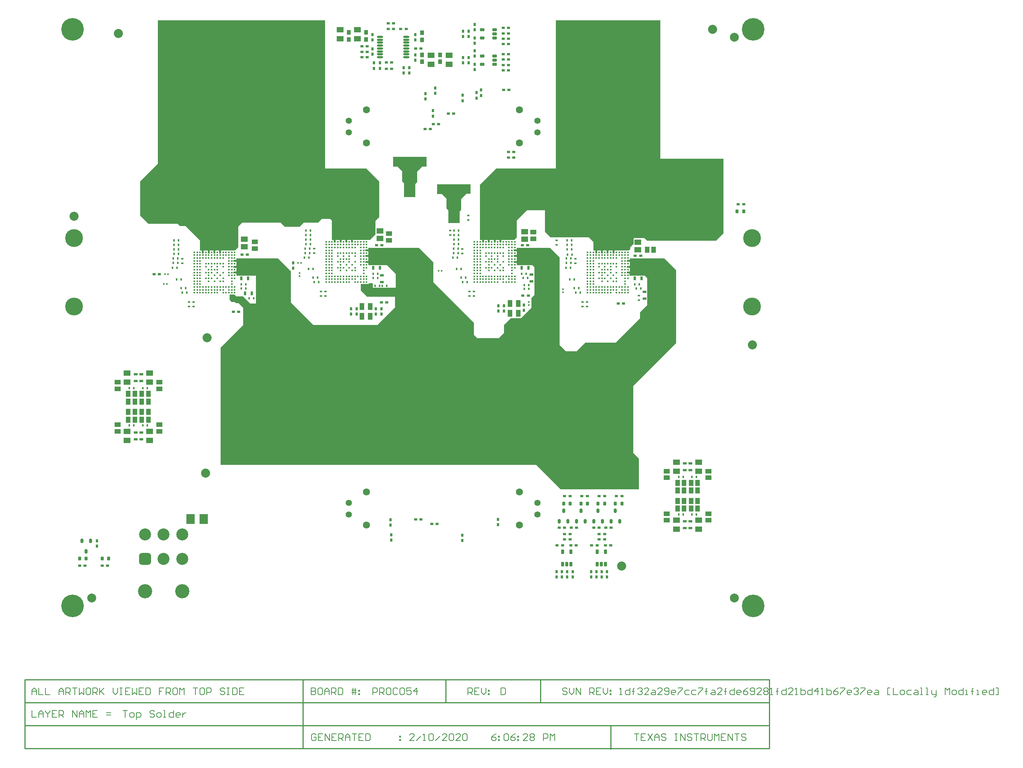
<source format=gts>
G04*
G04 #@! TF.GenerationSoftware,Altium Limited,Altium Designer,19.1.6 (110)*
G04*
G04 Layer_Color=8388736*
%FSAX25Y25*%
%MOIN*%
G70*
G01*
G75*
%ADD16C,0.01000*%
%ADD18C,0.00800*%
G04:AMPARAMS|DCode=25|XSize=23.62mil|YSize=31.5mil|CornerRadius=2.01mil|HoleSize=0mil|Usage=FLASHONLY|Rotation=180.000|XOffset=0mil|YOffset=0mil|HoleType=Round|Shape=RoundedRectangle|*
%AMROUNDEDRECTD25*
21,1,0.02362,0.02748,0,0,180.0*
21,1,0.01961,0.03150,0,0,180.0*
1,1,0.00402,-0.00980,0.01374*
1,1,0.00402,0.00980,0.01374*
1,1,0.00402,0.00980,-0.01374*
1,1,0.00402,-0.00980,-0.01374*
%
%ADD25ROUNDEDRECTD25*%
G04:AMPARAMS|DCode=26|XSize=23.62mil|YSize=39.37mil|CornerRadius=5.91mil|HoleSize=0mil|Usage=FLASHONLY|Rotation=180.000|XOffset=0mil|YOffset=0mil|HoleType=Round|Shape=RoundedRectangle|*
%AMROUNDEDRECTD26*
21,1,0.02362,0.02756,0,0,180.0*
21,1,0.01181,0.03937,0,0,180.0*
1,1,0.01181,-0.00591,0.01378*
1,1,0.01181,0.00591,0.01378*
1,1,0.01181,0.00591,-0.01378*
1,1,0.01181,-0.00591,-0.01378*
%
%ADD26ROUNDEDRECTD26*%
%ADD27O,0.05512X0.01772*%
G04:AMPARAMS|DCode=28|XSize=41.34mil|YSize=57.09mil|CornerRadius=2.07mil|HoleSize=0mil|Usage=FLASHONLY|Rotation=0.000|XOffset=0mil|YOffset=0mil|HoleType=Round|Shape=RoundedRectangle|*
%AMROUNDEDRECTD28*
21,1,0.04134,0.05295,0,0,0.0*
21,1,0.03720,0.05709,0,0,0.0*
1,1,0.00413,0.01860,-0.02648*
1,1,0.00413,-0.01860,-0.02648*
1,1,0.00413,-0.01860,0.02648*
1,1,0.00413,0.01860,0.02648*
%
%ADD28ROUNDEDRECTD28*%
G04:AMPARAMS|DCode=30|XSize=23.62mil|YSize=39.37mil|CornerRadius=2.01mil|HoleSize=0mil|Usage=FLASHONLY|Rotation=180.000|XOffset=0mil|YOffset=0mil|HoleType=Round|Shape=RoundedRectangle|*
%AMROUNDEDRECTD30*
21,1,0.02362,0.03535,0,0,180.0*
21,1,0.01961,0.03937,0,0,180.0*
1,1,0.00402,-0.00980,0.01768*
1,1,0.00402,0.00980,0.01768*
1,1,0.00402,0.00980,-0.01768*
1,1,0.00402,-0.00980,-0.01768*
%
%ADD30ROUNDEDRECTD30*%
G04:AMPARAMS|DCode=32|XSize=87.8mil|YSize=70.87mil|CornerRadius=2.13mil|HoleSize=0mil|Usage=FLASHONLY|Rotation=90.000|XOffset=0mil|YOffset=0mil|HoleType=Round|Shape=RoundedRectangle|*
%AMROUNDEDRECTD32*
21,1,0.08780,0.06661,0,0,90.0*
21,1,0.08354,0.07087,0,0,90.0*
1,1,0.00425,0.03331,0.04177*
1,1,0.00425,0.03331,-0.04177*
1,1,0.00425,-0.03331,-0.04177*
1,1,0.00425,-0.03331,0.04177*
%
%ADD32ROUNDEDRECTD32*%
%ADD33R,0.06300X0.05000*%
%ADD34R,0.05906X0.05118*%
%ADD35R,0.02362X0.03150*%
G04:AMPARAMS|DCode=36|XSize=7.48mil|YSize=17.32mil|CornerRadius=1.98mil|HoleSize=0mil|Usage=FLASHONLY|Rotation=0.000|XOffset=0mil|YOffset=0mil|HoleType=Round|Shape=RoundedRectangle|*
%AMROUNDEDRECTD36*
21,1,0.00748,0.01336,0,0,0.0*
21,1,0.00352,0.01732,0,0,0.0*
1,1,0.00397,0.00176,-0.00668*
1,1,0.00397,-0.00176,-0.00668*
1,1,0.00397,-0.00176,0.00668*
1,1,0.00397,0.00176,0.00668*
%
%ADD36ROUNDEDRECTD36*%
%ADD37R,0.01654X0.01811*%
%ADD38R,0.01500X0.02400*%
%ADD39R,0.03150X0.02362*%
%ADD40R,0.02400X0.01500*%
G04:AMPARAMS|DCode=41|XSize=23.62mil|YSize=39.37mil|CornerRadius=2.01mil|HoleSize=0mil|Usage=FLASHONLY|Rotation=270.000|XOffset=0mil|YOffset=0mil|HoleType=Round|Shape=RoundedRectangle|*
%AMROUNDEDRECTD41*
21,1,0.02362,0.03535,0,0,270.0*
21,1,0.01961,0.03937,0,0,270.0*
1,1,0.00402,-0.01768,-0.00980*
1,1,0.00402,-0.01768,0.00980*
1,1,0.00402,0.01768,0.00980*
1,1,0.00402,0.01768,-0.00980*
%
%ADD41ROUNDEDRECTD41*%
%ADD42R,0.01811X0.01654*%
%ADD43R,0.03500X0.02000*%
%ADD44R,0.02000X0.03500*%
%ADD45R,0.04331X0.05512*%
%ADD46R,0.05512X0.04331*%
%ADD47R,0.03740X0.03937*%
%ADD48C,0.07874*%
%ADD49C,0.01654*%
%ADD50C,0.12611*%
G04:AMPARAMS|DCode=51|XSize=106.3mil|YSize=106.3mil|CornerRadius=26.57mil|HoleSize=0mil|Usage=FLASHONLY|Rotation=90.000|XOffset=0mil|YOffset=0mil|HoleType=Round|Shape=RoundedRectangle|*
%AMROUNDEDRECTD51*
21,1,0.10630,0.05315,0,0,90.0*
21,1,0.05315,0.10630,0,0,90.0*
1,1,0.05315,0.02657,0.02657*
1,1,0.05315,0.02657,-0.02657*
1,1,0.05315,-0.02657,-0.02657*
1,1,0.05315,-0.02657,0.02657*
%
%ADD51ROUNDEDRECTD51*%
%ADD52C,0.10630*%
%ADD53C,0.08000*%
%ADD54C,0.05512*%
%ADD55C,0.06299*%
%ADD56C,0.20000*%
%ADD57C,0.15811*%
G36*
X0406150Y0565738D02*
X0402238D01*
X0397795Y0561295D01*
Y0551688D01*
X0396405Y0550298D01*
Y0538850D01*
X0386350D01*
Y0551132D01*
X0384747Y0552735D01*
Y0561506D01*
X0380675Y0565578D01*
X0376450D01*
Y0574216D01*
X0406150D01*
Y0565738D01*
D02*
G37*
G36*
X0445386Y0541537D02*
X0441474D01*
X0437031Y0537094D01*
Y0527487D01*
X0435641Y0526097D01*
Y0515531D01*
X0425586D01*
Y0526931D01*
X0423983Y0528534D01*
Y0537305D01*
X0419911Y0541377D01*
X0415686D01*
Y0550015D01*
X0445386D01*
Y0541537D01*
D02*
G37*
G36*
X0613624Y0572600D02*
X0669461D01*
Y0506435D01*
X0662894Y0499868D01*
X0601840D01*
X0599208Y0502500D01*
X0590650D01*
X0590050Y0501900D01*
Y0497300D01*
X0587050Y0494300D01*
Y0492850D01*
X0585650Y0491450D01*
X0572905D01*
Y0488804D01*
X0571235D01*
Y0491450D01*
X0567775D01*
Y0488804D01*
X0566105D01*
Y0491450D01*
X0562655D01*
Y0488804D01*
X0560995D01*
Y0491450D01*
X0557535D01*
Y0488804D01*
X0555885D01*
Y0491450D01*
X0554300D01*
X0554250Y0491500D01*
Y0498900D01*
X0550050Y0503100D01*
X0516150D01*
X0512050Y0507200D01*
X0511150Y0508100D01*
Y0527001D01*
X0495250D01*
X0486150Y0517900D01*
Y0503000D01*
X0484000Y0500850D01*
X0472605D01*
Y0498204D01*
X0470935D01*
Y0500850D01*
X0467475D01*
Y0498204D01*
X0465805D01*
Y0500850D01*
X0462355D01*
Y0498204D01*
X0460695D01*
Y0500850D01*
X0457235D01*
Y0498204D01*
X0455585D01*
Y0500850D01*
X0453750D01*
Y0549850D01*
X0468000Y0564100D01*
X0521082D01*
Y0695300D01*
X0613624D01*
Y0572600D01*
D02*
G37*
G36*
X0316150Y0564100D02*
X0352850D01*
X0364150Y0552800D01*
Y0521007D01*
X0360850Y0517707D01*
Y0505842D01*
X0355858Y0500850D01*
X0341105D01*
Y0498204D01*
X0339435D01*
Y0500850D01*
X0335975D01*
Y0498204D01*
X0334305D01*
Y0500850D01*
X0330855D01*
Y0498204D01*
X0329195D01*
Y0500850D01*
X0325735D01*
Y0498204D01*
X0324085D01*
Y0500850D01*
X0322250D01*
Y0517961D01*
X0320944Y0519267D01*
X0313481D01*
X0310108Y0515894D01*
X0297372D01*
X0293778Y0512300D01*
X0280450D01*
X0276650Y0516100D01*
X0242850D01*
X0239350Y0512600D01*
Y0494250D01*
X0236550Y0491450D01*
X0224105D01*
Y0488804D01*
X0222435D01*
Y0491450D01*
X0218975D01*
Y0488804D01*
X0217305D01*
Y0491450D01*
X0213855D01*
Y0488804D01*
X0212195D01*
Y0491450D01*
X0208735D01*
Y0488804D01*
X0207085D01*
Y0491450D01*
X0205550D01*
X0205207Y0491793D01*
Y0500443D01*
X0192540Y0513110D01*
X0187540D01*
X0185750Y0514900D01*
X0159450D01*
X0152350Y0522000D01*
Y0552700D01*
X0168081Y0568431D01*
Y0695300D01*
X0316150D01*
Y0564100D01*
D02*
G37*
G36*
X0524150Y0485300D02*
Y0409800D01*
Y0407802D01*
X0529932Y0402020D01*
X0539391D01*
X0547171Y0409800D01*
X0573950D01*
X0595668Y0431518D01*
Y0436618D01*
X0602009Y0442959D01*
Y0466841D01*
X0599875Y0468975D01*
X0586419D01*
Y0470980D01*
X0583899D01*
Y0472650D01*
X0586556D01*
X0586554Y0476140D01*
X0583899D01*
Y0477800D01*
X0586555D01*
Y0481260D01*
X0583899D01*
Y0482910D01*
X0586555D01*
Y0484349D01*
X0617201D01*
X0627450Y0474100D01*
Y0409100D01*
X0589750Y0371400D01*
Y0311700D01*
X0594550Y0306900D01*
Y0279700D01*
X0525150D01*
X0508650Y0296200D01*
X0504650Y0300200D01*
X0504350Y0300500D01*
X0503570Y0301280D01*
X0223590D01*
Y0405440D01*
X0243500Y0425350D01*
Y0440550D01*
X0239500Y0444550D01*
X0237185D01*
X0235923Y0445812D01*
X0233288D01*
X0233100Y0446000D01*
X0231500Y0447600D01*
Y0452200D01*
X0236011D01*
X0237415Y0450796D01*
X0243306Y0450799D01*
X0248449Y0445657D01*
X0249856Y0444250D01*
X0255059D01*
Y0469075D01*
X0237619D01*
Y0470980D01*
X0235099D01*
Y0472650D01*
X0237756D01*
X0237754Y0476140D01*
X0235099D01*
Y0477800D01*
X0237755D01*
Y0481260D01*
X0235099D01*
Y0482910D01*
X0237755D01*
Y0484349D01*
X0247943D01*
X0274450Y0484400D01*
X0285975Y0472673D01*
Y0445260D01*
X0305813Y0425422D01*
X0362620D01*
X0378373Y0441175D01*
Y0450300D01*
X0353450D01*
X0348057Y0455693D01*
Y0459650D01*
X0348047Y0459660D01*
Y0461654D01*
X0354524D01*
X0355314Y0462444D01*
X0358468D01*
Y0458200D01*
X0378952D01*
Y0470576D01*
X0371053Y0478475D01*
X0354619D01*
Y0480380D01*
X0352099D01*
Y0482050D01*
X0354756D01*
X0354754Y0485540D01*
X0352099D01*
Y0487200D01*
X0354755D01*
Y0490660D01*
X0352099D01*
Y0492310D01*
X0354755D01*
Y0493749D01*
X0399450D01*
X0412250Y0480948D01*
Y0463300D01*
X0448311Y0427239D01*
Y0416528D01*
X0451093Y0413746D01*
X0470389D01*
X0475106Y0418463D01*
Y0425620D01*
X0475414D01*
X0481172Y0431378D01*
X0490028D01*
X0499222Y0440572D01*
Y0449428D01*
X0501844Y0452050D01*
Y0452995D01*
X0501837Y0476621D01*
X0500083Y0478375D01*
X0486119D01*
Y0480380D01*
X0483599D01*
Y0482050D01*
X0486256D01*
X0486254Y0485540D01*
X0483599D01*
Y0487200D01*
X0486255D01*
Y0490660D01*
X0483599D01*
Y0492310D01*
X0486255D01*
Y0493749D01*
X0515701D01*
X0524150Y0485300D01*
D02*
G37*
G54D16*
X0569450Y0049400D02*
Y0069683D01*
X0450550Y0050050D02*
X0710250D01*
Y0111050D01*
X0296550Y0050050D02*
Y0111050D01*
X0050050Y0050050D02*
Y0111050D01*
X0050100Y0050050D02*
X0207650D01*
X0050100D02*
Y0111050D01*
Y0111050D02*
X0710250D01*
X0050050Y0050050D02*
X0450550D01*
X0050050Y0070383D02*
X0710050D01*
X0050050Y0090717D02*
X0710250D01*
X0423250D02*
Y0111050D01*
X0507250Y0090717D02*
Y0111050D01*
G54D18*
X0136950Y0083549D02*
X0140949D01*
X0138949D01*
Y0077551D01*
X0143948D02*
X0145947D01*
X0146947Y0078550D01*
Y0080550D01*
X0145947Y0081549D01*
X0143948D01*
X0142948Y0080550D01*
Y0078550D01*
X0143948Y0077551D01*
X0148946Y0075551D02*
Y0081549D01*
X0151945D01*
X0152945Y0080550D01*
Y0078550D01*
X0151945Y0077551D01*
X0148946D01*
X0164941Y0082549D02*
X0163941Y0083549D01*
X0161942D01*
X0160942Y0082549D01*
Y0081549D01*
X0161942Y0080550D01*
X0163941D01*
X0164941Y0079550D01*
Y0078550D01*
X0163941Y0077551D01*
X0161942D01*
X0160942Y0078550D01*
X0167940Y0077551D02*
X0169939D01*
X0170939Y0078550D01*
Y0080550D01*
X0169939Y0081549D01*
X0167940D01*
X0166940Y0080550D01*
Y0078550D01*
X0167940Y0077551D01*
X0172938D02*
X0174938D01*
X0173938D01*
Y0083549D01*
X0172938D01*
X0181935D02*
Y0077551D01*
X0178936D01*
X0177937Y0078550D01*
Y0080550D01*
X0178936Y0081549D01*
X0181935D01*
X0186934Y0077551D02*
X0184934D01*
X0183935Y0078550D01*
Y0080550D01*
X0184934Y0081549D01*
X0186934D01*
X0187934Y0080550D01*
Y0079550D01*
X0183935D01*
X0189933Y0081549D02*
Y0077551D01*
Y0079550D01*
X0190933Y0080550D01*
X0191932Y0081549D01*
X0192932D01*
X0136950Y0083549D02*
X0140949D01*
X0138949D01*
Y0077551D01*
X0143948D02*
X0145947D01*
X0146947Y0078550D01*
Y0080550D01*
X0145947Y0081549D01*
X0143948D01*
X0142948Y0080550D01*
Y0078550D01*
X0143948Y0077551D01*
X0148946Y0075551D02*
Y0081549D01*
X0151945D01*
X0152945Y0080550D01*
Y0078550D01*
X0151945Y0077551D01*
X0148946D01*
X0164941Y0082549D02*
X0163941Y0083549D01*
X0161942D01*
X0160942Y0082549D01*
Y0081549D01*
X0161942Y0080550D01*
X0163941D01*
X0164941Y0079550D01*
Y0078550D01*
X0163941Y0077551D01*
X0161942D01*
X0160942Y0078550D01*
X0167940Y0077551D02*
X0169939D01*
X0170939Y0078550D01*
Y0080550D01*
X0169939Y0081549D01*
X0167940D01*
X0166940Y0080550D01*
Y0078550D01*
X0167940Y0077551D01*
X0172938D02*
X0174938D01*
X0173938D01*
Y0083549D01*
X0172938D01*
X0181935D02*
Y0077551D01*
X0178936D01*
X0177937Y0078550D01*
Y0080550D01*
X0178936Y0081549D01*
X0181935D01*
X0186934Y0077551D02*
X0184934D01*
X0183935Y0078550D01*
Y0080550D01*
X0184934Y0081549D01*
X0186934D01*
X0187934Y0080550D01*
Y0079550D01*
X0183935D01*
X0189933Y0081549D02*
Y0077551D01*
Y0079550D01*
X0190933Y0080550D01*
X0191932Y0081549D01*
X0192932D01*
X0590550Y0062964D02*
X0594549D01*
X0592549D01*
Y0056966D01*
X0600547Y0062964D02*
X0596548D01*
Y0056966D01*
X0600547D01*
X0596548Y0059965D02*
X0598547D01*
X0602546Y0062964D02*
X0606545Y0056966D01*
Y0062964D02*
X0602546Y0056966D01*
X0608544D02*
Y0060965D01*
X0610543Y0062964D01*
X0612543Y0060965D01*
Y0056966D01*
Y0059965D01*
X0608544D01*
X0618541Y0061965D02*
X0617541Y0062964D01*
X0615542D01*
X0614542Y0061965D01*
Y0060965D01*
X0615542Y0059965D01*
X0617541D01*
X0618541Y0058966D01*
Y0057966D01*
X0617541Y0056966D01*
X0615542D01*
X0614542Y0057966D01*
X0626538Y0062964D02*
X0628538D01*
X0627538D01*
Y0056966D01*
X0626538D01*
X0628538D01*
X0631537D02*
Y0062964D01*
X0635535Y0056966D01*
Y0062964D01*
X0641534Y0061965D02*
X0640534Y0062964D01*
X0638534D01*
X0637535Y0061965D01*
Y0060965D01*
X0638534Y0059965D01*
X0640534D01*
X0641534Y0058966D01*
Y0057966D01*
X0640534Y0056966D01*
X0638534D01*
X0637535Y0057966D01*
X0643533Y0062964D02*
X0647532D01*
X0645532D01*
Y0056966D01*
X0649531D02*
Y0062964D01*
X0652530D01*
X0653530Y0061965D01*
Y0059965D01*
X0652530Y0058966D01*
X0649531D01*
X0651530D02*
X0653530Y0056966D01*
X0655529Y0062964D02*
Y0057966D01*
X0656529Y0056966D01*
X0658528D01*
X0659528Y0057966D01*
Y0062964D01*
X0661527Y0056966D02*
Y0062964D01*
X0663526Y0060965D01*
X0665526Y0062964D01*
Y0056966D01*
X0671524Y0062964D02*
X0667525D01*
Y0056966D01*
X0671524D01*
X0667525Y0059965D02*
X0669524D01*
X0673523Y0056966D02*
Y0062964D01*
X0677522Y0056966D01*
Y0062964D01*
X0679521D02*
X0683520D01*
X0681521D01*
Y0056966D01*
X0689518Y0061965D02*
X0688518Y0062964D01*
X0686519D01*
X0685519Y0061965D01*
Y0060965D01*
X0686519Y0059965D01*
X0688518D01*
X0689518Y0058966D01*
Y0057966D01*
X0688518Y0056966D01*
X0686519D01*
X0685519Y0057966D01*
X0468099Y0062964D02*
X0466099Y0061965D01*
X0464100Y0059965D01*
Y0057966D01*
X0465100Y0056966D01*
X0467099D01*
X0468099Y0057966D01*
Y0058966D01*
X0467099Y0059965D01*
X0464100D01*
X0470098Y0060965D02*
X0471098D01*
Y0059965D01*
X0470098D01*
Y0060965D01*
Y0057966D02*
X0471098D01*
Y0056966D01*
X0470098D01*
Y0057966D01*
X0475096Y0061965D02*
X0476096Y0062964D01*
X0478095D01*
X0479095Y0061965D01*
Y0057966D01*
X0478095Y0056966D01*
X0476096D01*
X0475096Y0057966D01*
Y0061965D01*
X0485093Y0062964D02*
X0483094Y0061965D01*
X0481095Y0059965D01*
Y0057966D01*
X0482094Y0056966D01*
X0484094D01*
X0485093Y0057966D01*
Y0058966D01*
X0484094Y0059965D01*
X0481095D01*
X0487093Y0060965D02*
X0488092D01*
Y0059965D01*
X0487093D01*
Y0060965D01*
Y0057966D02*
X0488092D01*
Y0056966D01*
X0487093D01*
Y0057966D01*
X0496090Y0056966D02*
X0492091D01*
X0496090Y0060965D01*
Y0061965D01*
X0495090Y0062964D01*
X0493091D01*
X0492091Y0061965D01*
X0498089D02*
X0499089Y0062964D01*
X0501088D01*
X0502088Y0061965D01*
Y0060965D01*
X0501088Y0059965D01*
X0502088Y0058966D01*
Y0057966D01*
X0501088Y0056966D01*
X0499089D01*
X0498089Y0057966D01*
Y0058966D01*
X0499089Y0059965D01*
X0498089Y0060965D01*
Y0061965D01*
X0499089Y0059965D02*
X0501088D01*
X0510085Y0056966D02*
Y0062964D01*
X0513084D01*
X0514084Y0061965D01*
Y0059965D01*
X0513084Y0058966D01*
X0510085D01*
X0516083Y0056966D02*
Y0062964D01*
X0518083Y0060965D01*
X0520082Y0062964D01*
Y0056966D01*
X0056400Y0083549D02*
Y0077551D01*
X0060399D01*
X0062398D02*
Y0081549D01*
X0064397Y0083549D01*
X0066397Y0081549D01*
Y0077551D01*
Y0080550D01*
X0062398D01*
X0068396Y0083549D02*
Y0082549D01*
X0070395Y0080550D01*
X0072395Y0082549D01*
Y0083549D01*
X0070395Y0080550D02*
Y0077551D01*
X0078393Y0083549D02*
X0074394D01*
Y0077551D01*
X0078393D01*
X0074394Y0080550D02*
X0076394D01*
X0080392Y0077551D02*
Y0083549D01*
X0083391D01*
X0084391Y0082549D01*
Y0080550D01*
X0083391Y0079550D01*
X0080392D01*
X0082392D02*
X0084391Y0077551D01*
X0092388D02*
Y0083549D01*
X0096387Y0077551D01*
Y0083549D01*
X0098386Y0077551D02*
Y0081549D01*
X0100386Y0083549D01*
X0102385Y0081549D01*
Y0077551D01*
Y0080550D01*
X0098386D01*
X0104385Y0077551D02*
Y0083549D01*
X0106384Y0081549D01*
X0108383Y0083549D01*
Y0077551D01*
X0114381Y0083549D02*
X0110382D01*
Y0077551D01*
X0114381D01*
X0110382Y0080550D02*
X0112382D01*
X0122379Y0079550D02*
X0126377D01*
X0122379Y0081549D02*
X0126377D01*
X0304050Y0103831D02*
Y0097833D01*
X0307049D01*
X0308049Y0098833D01*
Y0099833D01*
X0307049Y0100832D01*
X0304050D01*
X0307049D01*
X0308049Y0101832D01*
Y0102832D01*
X0307049Y0103831D01*
X0304050D01*
X0313047D02*
X0311048D01*
X0310048Y0102832D01*
Y0098833D01*
X0311048Y0097833D01*
X0313047D01*
X0314047Y0098833D01*
Y0102832D01*
X0313047Y0103831D01*
X0316046Y0097833D02*
Y0101832D01*
X0318045Y0103831D01*
X0320045Y0101832D01*
Y0097833D01*
Y0100832D01*
X0316046D01*
X0322044Y0097833D02*
Y0103831D01*
X0325043D01*
X0326043Y0102832D01*
Y0100832D01*
X0325043Y0099833D01*
X0322044D01*
X0324043D02*
X0326043Y0097833D01*
X0328042Y0103831D02*
Y0097833D01*
X0331041D01*
X0332041Y0098833D01*
Y0102832D01*
X0331041Y0103831D01*
X0328042D01*
X0341038Y0097833D02*
Y0103831D01*
X0343037D02*
Y0097833D01*
X0340038Y0101832D02*
X0343037D01*
X0344037D01*
X0340038Y0099833D02*
X0344037D01*
X0346036Y0101832D02*
X0347036D01*
Y0100832D01*
X0346036D01*
Y0101832D01*
Y0098833D02*
X0347036D01*
Y0097833D01*
X0346036D01*
Y0098833D01*
X0358600Y0097833D02*
Y0103831D01*
X0361599D01*
X0362599Y0102832D01*
Y0100832D01*
X0361599Y0099833D01*
X0358600D01*
X0364598Y0097833D02*
Y0103831D01*
X0367597D01*
X0368597Y0102832D01*
Y0100832D01*
X0367597Y0099833D01*
X0364598D01*
X0366597D02*
X0368597Y0097833D01*
X0373595Y0103831D02*
X0371596D01*
X0370596Y0102832D01*
Y0098833D01*
X0371596Y0097833D01*
X0373595D01*
X0374595Y0098833D01*
Y0102832D01*
X0373595Y0103831D01*
X0380593Y0102832D02*
X0379593Y0103831D01*
X0377594D01*
X0376594Y0102832D01*
Y0098833D01*
X0377594Y0097833D01*
X0379593D01*
X0380593Y0098833D01*
X0382592Y0102832D02*
X0383592Y0103831D01*
X0385591D01*
X0386591Y0102832D01*
Y0098833D01*
X0385591Y0097833D01*
X0383592D01*
X0382592Y0098833D01*
Y0102832D01*
X0392589Y0103831D02*
X0388590D01*
Y0100832D01*
X0390590Y0101832D01*
X0391589D01*
X0392589Y0100832D01*
Y0098833D01*
X0391589Y0097833D01*
X0389590D01*
X0388590Y0098833D01*
X0397587Y0097833D02*
Y0103831D01*
X0394588Y0100832D01*
X0398587D01*
X0472200Y0103831D02*
Y0097833D01*
X0475199D01*
X0476199Y0098833D01*
Y0102832D01*
X0475199Y0103831D01*
X0472200D01*
X0056400Y0097833D02*
Y0101832D01*
X0058399Y0103831D01*
X0060399Y0101832D01*
Y0097833D01*
Y0100832D01*
X0056400D01*
X0062398Y0103831D02*
Y0097833D01*
X0066397D01*
X0068396Y0103831D02*
Y0097833D01*
X0072395D01*
X0080392D02*
Y0101832D01*
X0082392Y0103831D01*
X0084391Y0101832D01*
Y0097833D01*
Y0100832D01*
X0080392D01*
X0086390Y0097833D02*
Y0103831D01*
X0089389D01*
X0090389Y0102832D01*
Y0100832D01*
X0089389Y0099833D01*
X0086390D01*
X0088390D02*
X0090389Y0097833D01*
X0092388Y0103831D02*
X0096387D01*
X0094388D01*
Y0097833D01*
X0098386Y0103831D02*
Y0097833D01*
X0100386Y0099833D01*
X0102385Y0097833D01*
Y0103831D01*
X0107384D02*
X0105384D01*
X0104385Y0102832D01*
Y0098833D01*
X0105384Y0097833D01*
X0107384D01*
X0108383Y0098833D01*
Y0102832D01*
X0107384Y0103831D01*
X0110382Y0097833D02*
Y0103831D01*
X0113382D01*
X0114381Y0102832D01*
Y0100832D01*
X0113382Y0099833D01*
X0110382D01*
X0112382D02*
X0114381Y0097833D01*
X0116381Y0103831D02*
Y0097833D01*
Y0099833D01*
X0120379Y0103831D01*
X0117380Y0100832D01*
X0120379Y0097833D01*
X0128377Y0103831D02*
Y0099833D01*
X0130376Y0097833D01*
X0132375Y0099833D01*
Y0103831D01*
X0134375D02*
X0136374D01*
X0135374D01*
Y0097833D01*
X0134375D01*
X0136374D01*
X0143372Y0103831D02*
X0139373D01*
Y0097833D01*
X0143372D01*
X0139373Y0100832D02*
X0141373D01*
X0145371Y0103831D02*
Y0097833D01*
X0147371Y0099833D01*
X0149370Y0097833D01*
Y0103831D01*
X0155368D02*
X0151369D01*
Y0097833D01*
X0155368D01*
X0151369Y0100832D02*
X0153369D01*
X0157367Y0103831D02*
Y0097833D01*
X0160366D01*
X0161366Y0098833D01*
Y0102832D01*
X0160366Y0103831D01*
X0157367D01*
X0173362D02*
X0169363D01*
Y0100832D01*
X0171363D01*
X0169363D01*
Y0097833D01*
X0175362D02*
Y0103831D01*
X0178360D01*
X0179360Y0102832D01*
Y0100832D01*
X0178360Y0099833D01*
X0175362D01*
X0177361D02*
X0179360Y0097833D01*
X0184359Y0103831D02*
X0182359D01*
X0181360Y0102832D01*
Y0098833D01*
X0182359Y0097833D01*
X0184359D01*
X0185358Y0098833D01*
Y0102832D01*
X0184359Y0103831D01*
X0187358Y0097833D02*
Y0103831D01*
X0189357Y0101832D01*
X0191356Y0103831D01*
Y0097833D01*
X0199354Y0103831D02*
X0203352D01*
X0201353D01*
Y0097833D01*
X0208351Y0103831D02*
X0206351D01*
X0205352Y0102832D01*
Y0098833D01*
X0206351Y0097833D01*
X0208351D01*
X0209350Y0098833D01*
Y0102832D01*
X0208351Y0103831D01*
X0211350Y0097833D02*
Y0103831D01*
X0214349D01*
X0215349Y0102832D01*
Y0100832D01*
X0214349Y0099833D01*
X0211350D01*
X0227345Y0102832D02*
X0226345Y0103831D01*
X0224346D01*
X0223346Y0102832D01*
Y0101832D01*
X0224346Y0100832D01*
X0226345D01*
X0227345Y0099833D01*
Y0098833D01*
X0226345Y0097833D01*
X0224346D01*
X0223346Y0098833D01*
X0229344Y0103831D02*
X0231343D01*
X0230344D01*
Y0097833D01*
X0229344D01*
X0231343D01*
X0234342Y0103831D02*
Y0097833D01*
X0237341D01*
X0238341Y0098833D01*
Y0102832D01*
X0237341Y0103831D01*
X0234342D01*
X0244339D02*
X0240340D01*
Y0097833D01*
X0244339D01*
X0240340Y0100832D02*
X0242340D01*
X0308249Y0061965D02*
X0307249Y0062964D01*
X0305250D01*
X0304250Y0061965D01*
Y0057966D01*
X0305250Y0056966D01*
X0307249D01*
X0308249Y0057966D01*
Y0059965D01*
X0306249D01*
X0314247Y0062964D02*
X0310248D01*
Y0056966D01*
X0314247D01*
X0310248Y0059965D02*
X0312247D01*
X0316246Y0056966D02*
Y0062964D01*
X0320245Y0056966D01*
Y0062964D01*
X0326243D02*
X0322244D01*
Y0056966D01*
X0326243D01*
X0322244Y0059965D02*
X0324243D01*
X0328242Y0056966D02*
Y0062964D01*
X0331241D01*
X0332241Y0061965D01*
Y0059965D01*
X0331241Y0058966D01*
X0328242D01*
X0330242D02*
X0332241Y0056966D01*
X0334240D02*
Y0060965D01*
X0336240Y0062964D01*
X0338239Y0060965D01*
Y0056966D01*
Y0059965D01*
X0334240D01*
X0340238Y0062964D02*
X0344237D01*
X0342238D01*
Y0056966D01*
X0350235Y0062964D02*
X0346236D01*
Y0056966D01*
X0350235D01*
X0346236Y0059965D02*
X0348236D01*
X0352235Y0062964D02*
Y0056966D01*
X0355234D01*
X0356233Y0057966D01*
Y0061965D01*
X0355234Y0062964D01*
X0352235D01*
X0382225Y0060965D02*
X0383225D01*
Y0059965D01*
X0382225D01*
Y0060965D01*
Y0057966D02*
X0383225D01*
Y0056966D01*
X0382225D01*
Y0057966D01*
X0395199Y0056966D02*
X0391200D01*
X0395199Y0060965D01*
Y0061965D01*
X0394199Y0062964D01*
X0392200D01*
X0391200Y0061965D01*
X0397198Y0056966D02*
X0401197Y0060965D01*
X0403196Y0056966D02*
X0405196D01*
X0404196D01*
Y0062964D01*
X0403196Y0061965D01*
X0408194D02*
X0409194Y0062964D01*
X0411194D01*
X0412193Y0061965D01*
Y0057966D01*
X0411194Y0056966D01*
X0409194D01*
X0408194Y0057966D01*
Y0061965D01*
X0414193Y0056966D02*
X0418191Y0060965D01*
X0424189Y0056966D02*
X0420191D01*
X0424189Y0060965D01*
Y0061965D01*
X0423190Y0062964D01*
X0421190D01*
X0420191Y0061965D01*
X0426189D02*
X0427188Y0062964D01*
X0429188D01*
X0430187Y0061965D01*
Y0057966D01*
X0429188Y0056966D01*
X0427188D01*
X0426189Y0057966D01*
Y0061965D01*
X0436186Y0056966D02*
X0432187D01*
X0436186Y0060965D01*
Y0061965D01*
X0435186Y0062964D01*
X0433186D01*
X0432187Y0061965D01*
X0438185D02*
X0439185Y0062964D01*
X0441184D01*
X0442183Y0061965D01*
Y0057966D01*
X0441184Y0056966D01*
X0439185D01*
X0438185Y0057966D01*
Y0061965D01*
X0443050Y0097833D02*
Y0103831D01*
X0446049D01*
X0447049Y0102832D01*
Y0100832D01*
X0446049Y0099833D01*
X0443050D01*
X0445049D02*
X0447049Y0097833D01*
X0453047Y0103831D02*
X0449048D01*
Y0097833D01*
X0453047D01*
X0449048Y0100832D02*
X0451047D01*
X0455046Y0103831D02*
Y0099833D01*
X0457046Y0097833D01*
X0459045Y0099833D01*
Y0103831D01*
X0461044Y0101832D02*
X0462044D01*
Y0100832D01*
X0461044D01*
Y0101832D01*
Y0098833D02*
X0462044D01*
Y0097833D01*
X0461044D01*
Y0098833D01*
X0530849Y0102832D02*
X0529849Y0103831D01*
X0527850D01*
X0526850Y0102832D01*
Y0101832D01*
X0527850Y0100832D01*
X0529849D01*
X0530849Y0099833D01*
Y0098833D01*
X0529849Y0097833D01*
X0527850D01*
X0526850Y0098833D01*
X0532848Y0103831D02*
Y0099833D01*
X0534847Y0097833D01*
X0536847Y0099833D01*
Y0103831D01*
X0538846Y0097833D02*
Y0103831D01*
X0542845Y0097833D01*
Y0103831D01*
X0550842Y0097833D02*
Y0103831D01*
X0553841D01*
X0554841Y0102832D01*
Y0100832D01*
X0553841Y0099833D01*
X0550842D01*
X0552842D02*
X0554841Y0097833D01*
X0560839Y0103831D02*
X0556840D01*
Y0097833D01*
X0560839D01*
X0556840Y0100832D02*
X0558840D01*
X0562838Y0103831D02*
Y0099833D01*
X0564838Y0097833D01*
X0566837Y0099833D01*
Y0103831D01*
X0568836Y0101832D02*
X0569836D01*
Y0100832D01*
X0568836D01*
Y0101832D01*
Y0098833D02*
X0569836D01*
Y0097833D01*
X0568836D01*
Y0098833D01*
X0577450Y0097833D02*
X0579449D01*
X0578450D01*
Y0103831D01*
X0577450Y0102832D01*
X0586447Y0103831D02*
Y0097833D01*
X0583448D01*
X0582448Y0098833D01*
Y0100832D01*
X0583448Y0101832D01*
X0586447D01*
X0589446Y0097833D02*
Y0102832D01*
Y0100832D01*
X0588446D01*
X0590446D01*
X0589446D01*
Y0102832D01*
X0590446Y0103831D01*
X0593445Y0102832D02*
X0594445Y0103831D01*
X0596444D01*
X0597443Y0102832D01*
Y0101832D01*
X0596444Y0100832D01*
X0595444D01*
X0596444D01*
X0597443Y0099833D01*
Y0098833D01*
X0596444Y0097833D01*
X0594445D01*
X0593445Y0098833D01*
X0603442Y0097833D02*
X0599443D01*
X0603442Y0101832D01*
Y0102832D01*
X0602442Y0103831D01*
X0600443D01*
X0599443Y0102832D01*
X0606441Y0101832D02*
X0608440D01*
X0609440Y0100832D01*
Y0097833D01*
X0606441D01*
X0605441Y0098833D01*
X0606441Y0099833D01*
X0609440D01*
X0615438Y0097833D02*
X0611439D01*
X0615438Y0101832D01*
Y0102832D01*
X0614438Y0103831D01*
X0612439D01*
X0611439Y0102832D01*
X0617437Y0098833D02*
X0618437Y0097833D01*
X0620436D01*
X0621436Y0098833D01*
Y0102832D01*
X0620436Y0103831D01*
X0618437D01*
X0617437Y0102832D01*
Y0101832D01*
X0618437Y0100832D01*
X0621436D01*
X0626434Y0097833D02*
X0624435D01*
X0623435Y0098833D01*
Y0100832D01*
X0624435Y0101832D01*
X0626434D01*
X0627434Y0100832D01*
Y0099833D01*
X0623435D01*
X0629433Y0103831D02*
X0633432D01*
Y0102832D01*
X0629433Y0098833D01*
Y0097833D01*
X0639430Y0101832D02*
X0636431D01*
X0635431Y0100832D01*
Y0098833D01*
X0636431Y0097833D01*
X0639430D01*
X0645428Y0101832D02*
X0642429D01*
X0641429Y0100832D01*
Y0098833D01*
X0642429Y0097833D01*
X0645428D01*
X0647427Y0103831D02*
X0651426D01*
Y0102832D01*
X0647427Y0098833D01*
Y0097833D01*
X0654425D02*
Y0102832D01*
Y0100832D01*
X0653425D01*
X0655425D01*
X0654425D01*
Y0102832D01*
X0655425Y0103831D01*
X0659423Y0101832D02*
X0661423D01*
X0662423Y0100832D01*
Y0097833D01*
X0659423D01*
X0658424Y0098833D01*
X0659423Y0099833D01*
X0662423D01*
X0668421Y0097833D02*
X0664422D01*
X0668421Y0101832D01*
Y0102832D01*
X0667421Y0103831D01*
X0665421D01*
X0664422Y0102832D01*
X0671420Y0097833D02*
Y0102832D01*
Y0100832D01*
X0670420D01*
X0672419D01*
X0671420D01*
Y0102832D01*
X0672419Y0103831D01*
X0679417D02*
Y0097833D01*
X0676418D01*
X0675418Y0098833D01*
Y0100832D01*
X0676418Y0101832D01*
X0679417D01*
X0684415Y0097833D02*
X0682416D01*
X0681416Y0098833D01*
Y0100832D01*
X0682416Y0101832D01*
X0684415D01*
X0685415Y0100832D01*
Y0099833D01*
X0681416D01*
X0691413Y0103831D02*
X0689414Y0102832D01*
X0687414Y0100832D01*
Y0098833D01*
X0688414Y0097833D01*
X0690414D01*
X0691413Y0098833D01*
Y0099833D01*
X0690414Y0100832D01*
X0687414D01*
X0693412Y0098833D02*
X0694412Y0097833D01*
X0696412D01*
X0697411Y0098833D01*
Y0102832D01*
X0696412Y0103831D01*
X0694412D01*
X0693412Y0102832D01*
Y0101832D01*
X0694412Y0100832D01*
X0697411D01*
X0703409Y0097833D02*
X0699410D01*
X0703409Y0101832D01*
Y0102832D01*
X0702410Y0103831D01*
X0700410D01*
X0699410Y0102832D01*
X0705409D02*
X0706408Y0103831D01*
X0708408D01*
X0709407Y0102832D01*
Y0101832D01*
X0708408Y0100832D01*
X0709407Y0099833D01*
Y0098833D01*
X0708408Y0097833D01*
X0706408D01*
X0705409Y0098833D01*
Y0099833D01*
X0706408Y0100832D01*
X0705409Y0101832D01*
Y0102832D01*
X0706408Y0100832D02*
X0708408D01*
X0711407Y0097833D02*
X0713406D01*
X0712406D01*
Y0103831D01*
X0711407Y0102832D01*
X0717405Y0097833D02*
Y0102832D01*
Y0100832D01*
X0716405D01*
X0718404D01*
X0717405D01*
Y0102832D01*
X0718404Y0103831D01*
X0725402D02*
Y0097833D01*
X0722403D01*
X0721403Y0098833D01*
Y0100832D01*
X0722403Y0101832D01*
X0725402D01*
X0731400Y0097833D02*
X0727401D01*
X0731400Y0101832D01*
Y0102832D01*
X0730401Y0103831D01*
X0728401D01*
X0727401Y0102832D01*
X0733399Y0097833D02*
X0735399D01*
X0734399D01*
Y0103831D01*
X0733399Y0102832D01*
X0738398Y0103831D02*
Y0097833D01*
X0741397D01*
X0742397Y0098833D01*
Y0099833D01*
Y0100832D01*
X0741397Y0101832D01*
X0738398D01*
X0748395Y0103831D02*
Y0097833D01*
X0745396D01*
X0744396Y0098833D01*
Y0100832D01*
X0745396Y0101832D01*
X0748395D01*
X0753393Y0097833D02*
Y0103831D01*
X0750394Y0100832D01*
X0754393D01*
X0756392Y0097833D02*
X0758391D01*
X0757392D01*
Y0103831D01*
X0756392Y0102832D01*
X0761390Y0103831D02*
Y0097833D01*
X0764390D01*
X0765389Y0098833D01*
Y0099833D01*
Y0100832D01*
X0764390Y0101832D01*
X0761390D01*
X0771387Y0103831D02*
X0769388Y0102832D01*
X0767388Y0100832D01*
Y0098833D01*
X0768388Y0097833D01*
X0770388D01*
X0771387Y0098833D01*
Y0099833D01*
X0770388Y0100832D01*
X0767388D01*
X0773387Y0103831D02*
X0777385D01*
Y0102832D01*
X0773387Y0098833D01*
Y0097833D01*
X0782384D02*
X0780384D01*
X0779385Y0098833D01*
Y0100832D01*
X0780384Y0101832D01*
X0782384D01*
X0783383Y0100832D01*
Y0099833D01*
X0779385D01*
X0785383Y0102832D02*
X0786382Y0103831D01*
X0788382D01*
X0789381Y0102832D01*
Y0101832D01*
X0788382Y0100832D01*
X0787382D01*
X0788382D01*
X0789381Y0099833D01*
Y0098833D01*
X0788382Y0097833D01*
X0786382D01*
X0785383Y0098833D01*
X0791381Y0103831D02*
X0795379D01*
Y0102832D01*
X0791381Y0098833D01*
Y0097833D01*
X0800378D02*
X0798379D01*
X0797379Y0098833D01*
Y0100832D01*
X0798379Y0101832D01*
X0800378D01*
X0801377Y0100832D01*
Y0099833D01*
X0797379D01*
X0804377Y0101832D02*
X0806376D01*
X0807376Y0100832D01*
Y0097833D01*
X0804377D01*
X0803377Y0098833D01*
X0804377Y0099833D01*
X0807376D01*
X0817372Y0097833D02*
X0815373D01*
Y0103831D01*
X0817372D01*
X0820371D02*
Y0097833D01*
X0824370D01*
X0827369D02*
X0829368D01*
X0830368Y0098833D01*
Y0100832D01*
X0829368Y0101832D01*
X0827369D01*
X0826369Y0100832D01*
Y0098833D01*
X0827369Y0097833D01*
X0836366Y0101832D02*
X0833367D01*
X0832368Y0100832D01*
Y0098833D01*
X0833367Y0097833D01*
X0836366D01*
X0839365Y0101832D02*
X0841365D01*
X0842364Y0100832D01*
Y0097833D01*
X0839365D01*
X0838366Y0098833D01*
X0839365Y0099833D01*
X0842364D01*
X0844364Y0097833D02*
X0846363D01*
X0845363D01*
Y0103831D01*
X0844364D01*
X0849362Y0097833D02*
X0851361D01*
X0850362D01*
Y0103831D01*
X0849362D01*
X0854360Y0101832D02*
Y0098833D01*
X0855360Y0097833D01*
X0858359D01*
Y0096834D01*
X0857359Y0095834D01*
X0856360D01*
X0858359Y0097833D02*
Y0101832D01*
X0866356Y0097833D02*
Y0103831D01*
X0868356Y0101832D01*
X0870355Y0103831D01*
Y0097833D01*
X0873354D02*
X0875354D01*
X0876353Y0098833D01*
Y0100832D01*
X0875354Y0101832D01*
X0873354D01*
X0872355Y0100832D01*
Y0098833D01*
X0873354Y0097833D01*
X0882351Y0103831D02*
Y0097833D01*
X0879352D01*
X0878353Y0098833D01*
Y0100832D01*
X0879352Y0101832D01*
X0882351D01*
X0884351Y0097833D02*
X0886350D01*
X0885350D01*
Y0101832D01*
X0884351D01*
X0890349Y0097833D02*
Y0102832D01*
Y0100832D01*
X0889349D01*
X0891348D01*
X0890349D01*
Y0102832D01*
X0891348Y0103831D01*
X0894347Y0097833D02*
X0896347D01*
X0895347D01*
Y0101832D01*
X0894347D01*
X0902345Y0097833D02*
X0900346D01*
X0899346Y0098833D01*
Y0100832D01*
X0900346Y0101832D01*
X0902345D01*
X0903345Y0100832D01*
Y0099833D01*
X0899346D01*
X0909343Y0103831D02*
Y0097833D01*
X0906344D01*
X0905344Y0098833D01*
Y0100832D01*
X0906344Y0101832D01*
X0909343D01*
X0911342Y0097833D02*
X0913341D01*
Y0103831D01*
X0911342D01*
G54D25*
X0543111Y0267178D02*
D03*
X0548820D02*
D03*
X0118686Y0218261D02*
D03*
X0124394D02*
D03*
X0104394D02*
D03*
X0098686D02*
D03*
X0687465Y0525876D02*
D03*
X0681756D02*
D03*
X0527788Y0267178D02*
D03*
X0533497D02*
D03*
X0558433D02*
D03*
X0564142D02*
D03*
X0573756D02*
D03*
X0579465D02*
D03*
G54D26*
X0539371Y0251296D02*
D03*
X0546851D02*
D03*
X0543111Y0260745D02*
D03*
X0108134Y0234013D02*
D03*
X0100654D02*
D03*
X0104394Y0224564D02*
D03*
X0524048Y0251296D02*
D03*
X0531529D02*
D03*
X0527788Y0260745D02*
D03*
X0554693Y0251296D02*
D03*
X0562174D02*
D03*
X0558433Y0260745D02*
D03*
X0570016Y0251296D02*
D03*
X0577496D02*
D03*
X0573756Y0260745D02*
D03*
G54D27*
X0364907Y0680649D02*
D03*
Y0678090D02*
D03*
Y0675531D02*
D03*
Y0672972D02*
D03*
Y0670413D02*
D03*
Y0667854D02*
D03*
Y0665295D02*
D03*
Y0662736D02*
D03*
X0388136Y0680649D02*
D03*
Y0678090D02*
D03*
Y0675531D02*
D03*
Y0672972D02*
D03*
Y0670413D02*
D03*
Y0667854D02*
D03*
Y0665295D02*
D03*
Y0662736D02*
D03*
G54D28*
X0356345Y0441532D02*
D03*
Y0433068D02*
D03*
X0349061D02*
D03*
Y0441532D02*
D03*
X0487525Y0444263D02*
D03*
Y0435799D02*
D03*
X0480242D02*
D03*
Y0444263D02*
D03*
G54D30*
X0526809Y0213458D02*
D03*
X0530549D02*
D03*
X0534289D02*
D03*
Y0224285D02*
D03*
X0526809D02*
D03*
X0557454Y0213458D02*
D03*
X0561194D02*
D03*
X0564934D02*
D03*
Y0224285D02*
D03*
X0557454D02*
D03*
G54D32*
X0196990Y0253273D02*
D03*
X0208487D02*
D03*
G54D33*
X0647704Y0244242D02*
D03*
Y0252242D02*
D03*
X0329589Y0686949D02*
D03*
Y0678949D02*
D03*
X0344991Y0678949D02*
D03*
Y0686949D02*
D03*
X0426275Y0656272D02*
D03*
Y0664272D02*
D03*
X0410238Y0664272D02*
D03*
Y0656272D02*
D03*
X0140776Y0323028D02*
D03*
Y0331028D02*
D03*
X0160631Y0382565D02*
D03*
Y0374565D02*
D03*
X0140776Y0382565D02*
D03*
Y0374565D02*
D03*
X0160631Y0323028D02*
D03*
Y0331028D02*
D03*
X0627849Y0303779D02*
D03*
Y0295779D02*
D03*
X0647704Y0303779D02*
D03*
Y0295779D02*
D03*
X0627849Y0244242D02*
D03*
Y0252242D02*
D03*
G54D34*
X0244740Y0501300D02*
D03*
Y0494607D02*
D03*
X0493240Y0508000D02*
D03*
Y0501307D02*
D03*
X0593590Y0498600D02*
D03*
Y0491907D02*
D03*
X0364908Y0508699D02*
D03*
Y0502006D02*
D03*
G54D35*
X0391008Y0653357D02*
D03*
Y0648632D02*
D03*
X0339418Y0439689D02*
D03*
Y0434965D02*
D03*
X0344180Y0434965D02*
D03*
Y0439689D02*
D03*
X0470020Y0437566D02*
D03*
Y0442290D02*
D03*
X0475043Y0442290D02*
D03*
Y0437566D02*
D03*
X0405401Y0625745D02*
D03*
Y0630469D02*
D03*
X0438050Y0239147D02*
D03*
Y0234422D02*
D03*
X0411984Y0610503D02*
D03*
Y0615227D02*
D03*
X0374350Y0252824D02*
D03*
Y0248100D02*
D03*
X0413890Y0630537D02*
D03*
Y0635261D02*
D03*
X0375071Y0239314D02*
D03*
Y0234590D02*
D03*
X0552214Y0202059D02*
D03*
Y0206783D02*
D03*
X0566434Y0202059D02*
D03*
Y0206783D02*
D03*
X0521569Y0202059D02*
D03*
Y0206783D02*
D03*
X0535789Y0202059D02*
D03*
Y0206783D02*
D03*
X0448777Y0674863D02*
D03*
Y0679587D02*
D03*
Y0651558D02*
D03*
Y0656282D02*
D03*
Y0691792D02*
D03*
Y0687067D02*
D03*
Y0668487D02*
D03*
Y0663763D02*
D03*
X0443619Y0680966D02*
D03*
Y0685691D02*
D03*
X0287897Y0480366D02*
D03*
Y0475641D02*
D03*
X0361390Y0434965D02*
D03*
Y0439689D02*
D03*
X0358407Y0677986D02*
D03*
Y0682711D02*
D03*
X0492461Y0438338D02*
D03*
Y0443062D02*
D03*
X0396180Y0664823D02*
D03*
Y0660099D02*
D03*
Y0678090D02*
D03*
Y0682815D02*
D03*
X0385999Y0653357D02*
D03*
Y0648632D02*
D03*
X0358407Y0665189D02*
D03*
Y0669913D02*
D03*
X0366365Y0434965D02*
D03*
Y0439689D02*
D03*
X0359644Y0652838D02*
D03*
Y0657562D02*
D03*
X0364907Y0652838D02*
D03*
Y0657562D02*
D03*
X0469660Y0253045D02*
D03*
Y0248321D02*
D03*
X0438350Y0628859D02*
D03*
Y0624135D02*
D03*
X0450650Y0631225D02*
D03*
Y0626500D02*
D03*
X0454750Y0633525D02*
D03*
Y0628800D02*
D03*
X0113963Y0234013D02*
D03*
Y0229289D02*
D03*
X0438525Y0685691D02*
D03*
Y0680966D02*
D03*
Y0662386D02*
D03*
Y0657662D02*
D03*
X0556954Y0202059D02*
D03*
Y0206783D02*
D03*
X0526309Y0202059D02*
D03*
Y0206783D02*
D03*
X0531049Y0202059D02*
D03*
Y0206783D02*
D03*
X0443619Y0657662D02*
D03*
Y0662386D02*
D03*
X0561694Y0202059D02*
D03*
Y0206783D02*
D03*
G54D36*
X0390691Y0563326D02*
D03*
X0392029D02*
D03*
X0429927Y0539125D02*
D03*
X0431265D02*
D03*
G54D37*
X0497074Y0443031D02*
D03*
Y0445629D02*
D03*
X0527113Y0456993D02*
D03*
Y0454394D02*
D03*
X0293591Y0471200D02*
D03*
Y0468602D02*
D03*
G54D38*
X0594834Y0461302D02*
D03*
X0590834D02*
D03*
X0492821Y0457284D02*
D03*
X0496821D02*
D03*
X0370871Y0459989D02*
D03*
X0366871D02*
D03*
X0188540Y0465600D02*
D03*
X0184540D02*
D03*
X0305540Y0475000D02*
D03*
X0301540D02*
D03*
X0298650Y0493100D02*
D03*
X0302650D02*
D03*
X0186140Y0500200D02*
D03*
X0182140D02*
D03*
X0430239Y0493100D02*
D03*
X0434239D02*
D03*
X0437040Y0475000D02*
D03*
X0433040D02*
D03*
X0537340Y0465600D02*
D03*
X0533340D02*
D03*
X0186139Y0492200D02*
D03*
X0182139D02*
D03*
X0303150Y0501100D02*
D03*
X0299150D02*
D03*
X0534939Y0492200D02*
D03*
X0530939D02*
D03*
X0434639Y0501100D02*
D03*
X0430639D02*
D03*
X0181650Y0480200D02*
D03*
X0185650D02*
D03*
X0249064Y0449123D02*
D03*
X0253064D02*
D03*
X0192450Y0458100D02*
D03*
X0188450D02*
D03*
X0298650Y0489100D02*
D03*
X0302650D02*
D03*
X0309450Y0467500D02*
D03*
X0305450D02*
D03*
X0434640Y0497100D02*
D03*
X0430640D02*
D03*
X0534940Y0500200D02*
D03*
X0530940D02*
D03*
X0181639Y0484200D02*
D03*
X0185639D02*
D03*
X0303150Y0509100D02*
D03*
X0299150D02*
D03*
X0535440Y0487700D02*
D03*
X0531440D02*
D03*
X0434640Y0509100D02*
D03*
X0430640D02*
D03*
X0530439Y0484200D02*
D03*
X0534439D02*
D03*
X0530441Y0480200D02*
D03*
X0534441D02*
D03*
X0541250Y0458100D02*
D03*
X0537250D02*
D03*
X0492821Y0460740D02*
D03*
X0496821D02*
D03*
X0430241Y0489100D02*
D03*
X0434241D02*
D03*
X0440950Y0467500D02*
D03*
X0436950D02*
D03*
X0303150Y0497100D02*
D03*
X0299150D02*
D03*
X0360638Y0459989D02*
D03*
X0364638D02*
D03*
X0186140Y0488200D02*
D03*
X0182140D02*
D03*
X0154695Y0336262D02*
D03*
X0158695D02*
D03*
X0146713D02*
D03*
X0142713D02*
D03*
X0154695Y0369330D02*
D03*
X0158695D02*
D03*
X0146713D02*
D03*
X0142713D02*
D03*
X0363034Y0470702D02*
D03*
X0359034D02*
D03*
X0496034Y0467106D02*
D03*
X0492034D02*
D03*
X0246034Y0461302D02*
D03*
X0242034D02*
D03*
X0363034Y0467106D02*
D03*
X0359034D02*
D03*
X0596334Y0457706D02*
D03*
X0592334D02*
D03*
X0494534Y0470702D02*
D03*
X0490534D02*
D03*
X0246034Y0457706D02*
D03*
X0242034D02*
D03*
X0306708Y0463500D02*
D03*
X0310708D02*
D03*
X0538508Y0454100D02*
D03*
X0542508D02*
D03*
X0438208Y0463500D02*
D03*
X0442208D02*
D03*
X0189630Y0454100D02*
D03*
X0193630D02*
D03*
X0299150Y0505100D02*
D03*
X0303150D02*
D03*
X0297990Y0485100D02*
D03*
X0301990D02*
D03*
X0529790Y0476000D02*
D03*
X0533790D02*
D03*
X0530941Y0496200D02*
D03*
X0534941D02*
D03*
X0429490Y0485100D02*
D03*
X0433490D02*
D03*
X0430641Y0505100D02*
D03*
X0434641D02*
D03*
X0180990Y0476000D02*
D03*
X0184990D02*
D03*
X0182141Y0496200D02*
D03*
X0186141D02*
D03*
X0633785Y0290545D02*
D03*
X0629785D02*
D03*
X0641767D02*
D03*
X0645767D02*
D03*
X0633785Y0257477D02*
D03*
X0629785D02*
D03*
X0641767D02*
D03*
X0645767D02*
D03*
G54D39*
X0409579Y0599115D02*
D03*
X0404854D02*
D03*
X0416879Y0603215D02*
D03*
X0412154D02*
D03*
X0396660Y0252900D02*
D03*
X0401384D02*
D03*
X0478900Y0674347D02*
D03*
X0474175D02*
D03*
X0478900Y0688567D02*
D03*
X0474175D02*
D03*
X0478900Y0651042D02*
D03*
X0474175D02*
D03*
X0478900Y0665263D02*
D03*
X0474175D02*
D03*
X0552730Y0230063D02*
D03*
X0557454D02*
D03*
X0522085D02*
D03*
X0526809D02*
D03*
X0478900Y0683827D02*
D03*
X0474175D02*
D03*
Y0655782D02*
D03*
X0478900D02*
D03*
X0491131Y0495930D02*
D03*
X0495855D02*
D03*
X0591431Y0486530D02*
D03*
X0596155D02*
D03*
X0362001Y0495900D02*
D03*
X0366725D02*
D03*
X0242631Y0487730D02*
D03*
X0247355D02*
D03*
X0388162Y0687583D02*
D03*
X0383438D02*
D03*
X0478900Y0660523D02*
D03*
X0474175D02*
D03*
X0169308Y0470396D02*
D03*
X0164584D02*
D03*
X0474175Y0679087D02*
D03*
X0478900D02*
D03*
X0534289Y0230063D02*
D03*
X0539014D02*
D03*
X0564934D02*
D03*
X0569659D02*
D03*
X0396545Y0670413D02*
D03*
X0401269D02*
D03*
X0348824Y0672361D02*
D03*
X0353549D02*
D03*
X0348824Y0667465D02*
D03*
X0353549D02*
D03*
X0348824Y0662570D02*
D03*
X0353549D02*
D03*
X0376955Y0692663D02*
D03*
X0372230D02*
D03*
X0371089Y0445268D02*
D03*
X0366365D02*
D03*
X0376955Y0687583D02*
D03*
X0372230D02*
D03*
X0370552Y0657950D02*
D03*
X0375276D02*
D03*
X0375276Y0652304D02*
D03*
X0370552D02*
D03*
X0496468Y0451458D02*
D03*
X0491744D02*
D03*
X0581076Y0444308D02*
D03*
X0576351D02*
D03*
X0239585Y0436999D02*
D03*
X0234860D02*
D03*
X0415740Y0248900D02*
D03*
X0411016D02*
D03*
X0425660Y0612587D02*
D03*
X0430384D02*
D03*
X0479350Y0633525D02*
D03*
X0474625D02*
D03*
X0118686Y0211883D02*
D03*
X0123410D02*
D03*
X0687465Y0532254D02*
D03*
X0682740D02*
D03*
X0098686Y0211883D02*
D03*
X0103410D02*
D03*
X0533497Y0273680D02*
D03*
X0528773D02*
D03*
X0564142D02*
D03*
X0559418D02*
D03*
X0524048Y0245684D02*
D03*
X0528773D02*
D03*
X0554693D02*
D03*
X0559418D02*
D03*
X0579465Y0273680D02*
D03*
X0574740D02*
D03*
X0548820D02*
D03*
X0544095D02*
D03*
X0570016Y0245684D02*
D03*
X0565291D02*
D03*
X0539371D02*
D03*
X0534646D02*
D03*
X0479050Y0578574D02*
D03*
X0483775D02*
D03*
X0479050Y0573603D02*
D03*
X0483775D02*
D03*
X0533497Y0235215D02*
D03*
X0528773D02*
D03*
X0564142D02*
D03*
X0559418D02*
D03*
X0533497Y0239940D02*
D03*
X0528773D02*
D03*
X0564142D02*
D03*
X0559418D02*
D03*
G54D40*
X0443177Y0518299D02*
D03*
Y0522299D02*
D03*
X0594627Y0451340D02*
D03*
Y0447340D02*
D03*
X0548550Y0441658D02*
D03*
Y0445658D02*
D03*
X0438099Y0492771D02*
D03*
Y0488771D02*
D03*
X0189499Y0483871D02*
D03*
Y0479871D02*
D03*
X0316750Y0451058D02*
D03*
Y0455058D02*
D03*
X0538349Y0483871D02*
D03*
Y0479871D02*
D03*
X0448250Y0451058D02*
D03*
Y0455058D02*
D03*
X0199750Y0441658D02*
D03*
Y0445658D02*
D03*
X0312650Y0451058D02*
D03*
Y0455058D02*
D03*
X0544450Y0441658D02*
D03*
Y0445658D02*
D03*
X0444150Y0451058D02*
D03*
Y0455058D02*
D03*
X0195650Y0441800D02*
D03*
Y0445800D02*
D03*
X0427258Y0505100D02*
D03*
Y0509100D02*
D03*
X0306499Y0493071D02*
D03*
Y0489071D02*
D03*
X0521456Y0500300D02*
D03*
Y0496300D02*
D03*
G54D41*
X0466501Y0679587D02*
D03*
Y0683327D02*
D03*
Y0687067D02*
D03*
X0455674D02*
D03*
Y0679587D02*
D03*
X0466501Y0656282D02*
D03*
Y0660022D02*
D03*
Y0663763D02*
D03*
X0455674D02*
D03*
Y0656282D02*
D03*
G54D42*
X0294901Y0480366D02*
D03*
X0292302D02*
D03*
X0176828Y0470396D02*
D03*
X0174229D02*
D03*
X0419450Y0473400D02*
D03*
X0416852D02*
D03*
X0175972Y0461634D02*
D03*
X0173374D02*
D03*
G54D43*
X0499430Y0464083D02*
D03*
Y0470083D02*
D03*
X0599680Y0454683D02*
D03*
Y0448683D02*
D03*
X0366628Y0463255D02*
D03*
Y0469255D02*
D03*
X0153174Y0324001D02*
D03*
Y0330001D02*
D03*
X0148233Y0324001D02*
D03*
Y0330001D02*
D03*
X0153174Y0381591D02*
D03*
Y0375591D02*
D03*
X0148233Y0381591D02*
D03*
Y0375591D02*
D03*
X0635306Y0302805D02*
D03*
Y0296805D02*
D03*
X0640247Y0302805D02*
D03*
Y0296805D02*
D03*
X0635306Y0245216D02*
D03*
Y0251216D02*
D03*
X0640247Y0245216D02*
D03*
Y0251216D02*
D03*
G54D44*
X0245126Y0453338D02*
D03*
X0251126D02*
D03*
X0490505Y0476082D02*
D03*
X0496505D02*
D03*
X0590805Y0466632D02*
D03*
X0596805D02*
D03*
X0359005Y0476082D02*
D03*
X0365005D02*
D03*
X0242005Y0466732D02*
D03*
X0248005D02*
D03*
G54D45*
X0153741Y0348198D02*
D03*
X0159646D02*
D03*
X0153741Y0341399D02*
D03*
X0159646D02*
D03*
X0147667Y0348198D02*
D03*
X0141761D02*
D03*
X0147667Y0341443D02*
D03*
X0141761D02*
D03*
X0153741Y0357394D02*
D03*
X0159646D02*
D03*
X0153741Y0364194D02*
D03*
X0159646D02*
D03*
X0147667Y0357394D02*
D03*
X0141761D02*
D03*
X0147667Y0364194D02*
D03*
X0141761D02*
D03*
X0634739Y0285408D02*
D03*
X0628833D02*
D03*
X0640813Y0269412D02*
D03*
X0646719D02*
D03*
X0640813Y0285408D02*
D03*
X0646719D02*
D03*
X0634739Y0278609D02*
D03*
X0628833D02*
D03*
X0634739Y0262658D02*
D03*
X0628833D02*
D03*
X0640813Y0278609D02*
D03*
X0646719D02*
D03*
X0640813Y0262613D02*
D03*
X0646719D02*
D03*
X0634739Y0269412D02*
D03*
X0628833D02*
D03*
X0601827Y0491907D02*
D03*
X0607733D02*
D03*
G54D46*
X0169159Y0336933D02*
D03*
Y0331028D02*
D03*
X0132248Y0336933D02*
D03*
Y0331028D02*
D03*
X0169159Y0368659D02*
D03*
Y0374565D02*
D03*
X0132248Y0368659D02*
D03*
Y0374565D02*
D03*
X0656232Y0258148D02*
D03*
Y0252242D02*
D03*
X0619321Y0289874D02*
D03*
Y0295779D02*
D03*
X0656232Y0289874D02*
D03*
Y0295779D02*
D03*
X0619321Y0258148D02*
D03*
Y0252242D02*
D03*
X0373105Y0506273D02*
D03*
Y0500367D02*
D03*
X0501053Y0501757D02*
D03*
Y0507662D02*
D03*
X0254027Y0499012D02*
D03*
Y0493107D02*
D03*
G54D47*
X0352670Y0678397D02*
D03*
Y0684696D02*
D03*
X0402407Y0678090D02*
D03*
Y0684390D02*
D03*
Y0664823D02*
D03*
Y0658524D02*
D03*
X0337382Y0678397D02*
D03*
Y0684696D02*
D03*
X0418351Y0664823D02*
D03*
Y0658524D02*
D03*
G54D48*
X0679150Y0183400D02*
D03*
Y0680400D02*
D03*
X0109250Y0183400D02*
D03*
G54D49*
X0456403Y0494045D02*
D03*
X0458962D02*
D03*
X0461521D02*
D03*
X0464080D02*
D03*
X0466639D02*
D03*
X0469198D02*
D03*
X0471758D02*
D03*
X0474317D02*
D03*
Y0486368D02*
D03*
X0481994Y0471013D02*
D03*
Y0473572D02*
D03*
Y0476131D02*
D03*
X0479435Y0494045D02*
D03*
Y0491486D02*
D03*
Y0488927D02*
D03*
Y0486368D02*
D03*
Y0483809D02*
D03*
Y0481250D02*
D03*
Y0478691D02*
D03*
X0448726Y0463336D02*
D03*
Y0465895D02*
D03*
Y0468454D02*
D03*
Y0471013D02*
D03*
Y0473572D02*
D03*
Y0476131D02*
D03*
Y0478691D02*
D03*
Y0481250D02*
D03*
Y0483809D02*
D03*
Y0486368D02*
D03*
Y0488927D02*
D03*
Y0491486D02*
D03*
Y0494045D02*
D03*
Y0496604D02*
D03*
X0451285Y0463336D02*
D03*
Y0465895D02*
D03*
Y0468454D02*
D03*
Y0471013D02*
D03*
Y0473572D02*
D03*
Y0476131D02*
D03*
Y0478691D02*
D03*
Y0481250D02*
D03*
Y0483809D02*
D03*
Y0486368D02*
D03*
Y0488927D02*
D03*
Y0491486D02*
D03*
Y0494045D02*
D03*
Y0496604D02*
D03*
X0448726Y0499163D02*
D03*
X0453844Y0463336D02*
D03*
Y0465895D02*
D03*
Y0468454D02*
D03*
Y0471013D02*
D03*
Y0473572D02*
D03*
Y0476131D02*
D03*
Y0478691D02*
D03*
Y0481250D02*
D03*
Y0483809D02*
D03*
Y0486368D02*
D03*
Y0488927D02*
D03*
Y0491486D02*
D03*
Y0494045D02*
D03*
Y0496604D02*
D03*
X0451285Y0499163D02*
D03*
X0456403Y0463336D02*
D03*
Y0465895D02*
D03*
Y0468454D02*
D03*
Y0496604D02*
D03*
X0453844Y0499163D02*
D03*
X0458962Y0463336D02*
D03*
Y0465895D02*
D03*
Y0468454D02*
D03*
Y0476131D02*
D03*
Y0481250D02*
D03*
Y0486368D02*
D03*
Y0488927D02*
D03*
Y0496604D02*
D03*
X0461521Y0463336D02*
D03*
Y0465895D02*
D03*
Y0468454D02*
D03*
Y0473572D02*
D03*
Y0476131D02*
D03*
Y0478691D02*
D03*
Y0481250D02*
D03*
Y0483809D02*
D03*
Y0488927D02*
D03*
Y0496604D02*
D03*
X0458962Y0499163D02*
D03*
X0464080Y0463336D02*
D03*
Y0465895D02*
D03*
Y0468454D02*
D03*
Y0476131D02*
D03*
Y0481250D02*
D03*
Y0483809D02*
D03*
Y0486368D02*
D03*
Y0488927D02*
D03*
Y0496604D02*
D03*
X0466639Y0463336D02*
D03*
Y0465895D02*
D03*
Y0468454D02*
D03*
Y0473572D02*
D03*
Y0478691D02*
D03*
Y0483809D02*
D03*
Y0488927D02*
D03*
Y0496604D02*
D03*
X0464080Y0499163D02*
D03*
X0469198Y0463336D02*
D03*
Y0465895D02*
D03*
Y0468454D02*
D03*
Y0476131D02*
D03*
Y0481250D02*
D03*
Y0483809D02*
D03*
Y0486368D02*
D03*
Y0488927D02*
D03*
Y0496604D02*
D03*
X0471758Y0465895D02*
D03*
Y0468454D02*
D03*
Y0473572D02*
D03*
Y0478691D02*
D03*
Y0488927D02*
D03*
Y0496604D02*
D03*
X0469198Y0499163D02*
D03*
X0484553D02*
D03*
X0481994D02*
D03*
X0484553Y0496604D02*
D03*
Y0494045D02*
D03*
Y0488927D02*
D03*
Y0483809D02*
D03*
Y0478691D02*
D03*
Y0476131D02*
D03*
Y0468454D02*
D03*
Y0465895D02*
D03*
Y0463336D02*
D03*
X0479435Y0499163D02*
D03*
X0481994Y0496604D02*
D03*
Y0494045D02*
D03*
Y0491486D02*
D03*
Y0488927D02*
D03*
Y0486368D02*
D03*
Y0483809D02*
D03*
Y0481250D02*
D03*
Y0478691D02*
D03*
Y0468454D02*
D03*
Y0465895D02*
D03*
Y0463336D02*
D03*
X0476876Y0499163D02*
D03*
X0479435Y0496604D02*
D03*
Y0468454D02*
D03*
Y0465895D02*
D03*
Y0463336D02*
D03*
X0474317Y0499163D02*
D03*
X0476876Y0496604D02*
D03*
Y0468454D02*
D03*
Y0463336D02*
D03*
X0474317Y0496604D02*
D03*
Y0488927D02*
D03*
Y0481250D02*
D03*
Y0476131D02*
D03*
Y0473572D02*
D03*
Y0468454D02*
D03*
Y0465895D02*
D03*
Y0463336D02*
D03*
X0207903Y0484645D02*
D03*
X0210462D02*
D03*
X0213021D02*
D03*
X0215580D02*
D03*
X0218139D02*
D03*
X0220698D02*
D03*
X0223257D02*
D03*
X0225816D02*
D03*
Y0476968D02*
D03*
X0233494Y0461613D02*
D03*
Y0464173D02*
D03*
Y0466732D02*
D03*
X0230935Y0484645D02*
D03*
Y0482086D02*
D03*
Y0479527D02*
D03*
Y0476968D02*
D03*
Y0474409D02*
D03*
Y0471850D02*
D03*
Y0469291D02*
D03*
X0200226Y0453936D02*
D03*
Y0456495D02*
D03*
Y0459054D02*
D03*
Y0461613D02*
D03*
Y0464173D02*
D03*
Y0466732D02*
D03*
Y0469291D02*
D03*
Y0471850D02*
D03*
Y0474409D02*
D03*
Y0476968D02*
D03*
Y0479527D02*
D03*
Y0482086D02*
D03*
Y0484645D02*
D03*
Y0487204D02*
D03*
X0202785Y0453936D02*
D03*
Y0456495D02*
D03*
Y0459054D02*
D03*
Y0461613D02*
D03*
Y0464173D02*
D03*
Y0466732D02*
D03*
Y0469291D02*
D03*
Y0471850D02*
D03*
Y0474409D02*
D03*
Y0476968D02*
D03*
Y0479527D02*
D03*
Y0482086D02*
D03*
Y0484645D02*
D03*
Y0487204D02*
D03*
X0200226Y0489763D02*
D03*
X0205344Y0453936D02*
D03*
Y0456495D02*
D03*
Y0459054D02*
D03*
Y0461613D02*
D03*
Y0464173D02*
D03*
Y0466732D02*
D03*
Y0469291D02*
D03*
Y0471850D02*
D03*
Y0474409D02*
D03*
Y0476968D02*
D03*
Y0479527D02*
D03*
Y0482086D02*
D03*
Y0484645D02*
D03*
Y0487204D02*
D03*
X0202785Y0489763D02*
D03*
X0207903Y0453936D02*
D03*
Y0456495D02*
D03*
Y0459054D02*
D03*
Y0487204D02*
D03*
X0205344Y0489763D02*
D03*
X0210462Y0453936D02*
D03*
Y0456495D02*
D03*
Y0459054D02*
D03*
Y0466732D02*
D03*
Y0471850D02*
D03*
Y0476968D02*
D03*
Y0479527D02*
D03*
Y0487204D02*
D03*
X0213021Y0453936D02*
D03*
Y0456495D02*
D03*
Y0459054D02*
D03*
Y0464173D02*
D03*
Y0466732D02*
D03*
Y0469291D02*
D03*
Y0471850D02*
D03*
Y0474409D02*
D03*
Y0479527D02*
D03*
Y0487204D02*
D03*
X0210462Y0489763D02*
D03*
X0215580Y0453936D02*
D03*
Y0456495D02*
D03*
Y0459054D02*
D03*
Y0466732D02*
D03*
Y0471850D02*
D03*
Y0474409D02*
D03*
Y0476968D02*
D03*
Y0479527D02*
D03*
Y0487204D02*
D03*
X0218139Y0453936D02*
D03*
Y0456495D02*
D03*
Y0459054D02*
D03*
Y0464173D02*
D03*
Y0469291D02*
D03*
Y0474409D02*
D03*
Y0479527D02*
D03*
Y0487204D02*
D03*
X0215580Y0489763D02*
D03*
X0220698Y0453936D02*
D03*
Y0456495D02*
D03*
Y0459054D02*
D03*
Y0466732D02*
D03*
Y0471850D02*
D03*
Y0474409D02*
D03*
Y0476968D02*
D03*
Y0479527D02*
D03*
Y0487204D02*
D03*
X0223257Y0456495D02*
D03*
Y0459054D02*
D03*
Y0464173D02*
D03*
Y0469291D02*
D03*
Y0479527D02*
D03*
Y0487204D02*
D03*
X0220698Y0489763D02*
D03*
X0236053D02*
D03*
X0233494D02*
D03*
X0236053Y0487204D02*
D03*
Y0484645D02*
D03*
Y0479527D02*
D03*
Y0474409D02*
D03*
Y0469291D02*
D03*
Y0466732D02*
D03*
Y0459054D02*
D03*
Y0456495D02*
D03*
Y0453936D02*
D03*
X0230935Y0489763D02*
D03*
X0233494Y0487204D02*
D03*
Y0484645D02*
D03*
Y0482086D02*
D03*
Y0479527D02*
D03*
Y0476968D02*
D03*
Y0474409D02*
D03*
Y0471850D02*
D03*
Y0469291D02*
D03*
Y0459054D02*
D03*
Y0456495D02*
D03*
Y0453936D02*
D03*
X0228376Y0489763D02*
D03*
X0230935Y0487204D02*
D03*
Y0459054D02*
D03*
Y0456495D02*
D03*
Y0453936D02*
D03*
X0225816Y0489763D02*
D03*
X0228376Y0487204D02*
D03*
Y0459054D02*
D03*
Y0453936D02*
D03*
X0225816Y0487204D02*
D03*
Y0479527D02*
D03*
Y0471850D02*
D03*
Y0466732D02*
D03*
Y0464173D02*
D03*
Y0459054D02*
D03*
Y0456495D02*
D03*
Y0453936D02*
D03*
X0324903Y0494045D02*
D03*
X0327462D02*
D03*
X0330021D02*
D03*
X0332580D02*
D03*
X0335139D02*
D03*
X0337698D02*
D03*
X0340258D02*
D03*
X0342816D02*
D03*
Y0486368D02*
D03*
X0350494Y0471013D02*
D03*
Y0473572D02*
D03*
Y0476131D02*
D03*
X0347935Y0494045D02*
D03*
Y0491486D02*
D03*
Y0488927D02*
D03*
Y0486368D02*
D03*
Y0483809D02*
D03*
Y0481250D02*
D03*
Y0478691D02*
D03*
X0317226Y0463336D02*
D03*
Y0465895D02*
D03*
Y0468454D02*
D03*
Y0471013D02*
D03*
Y0473572D02*
D03*
Y0476131D02*
D03*
Y0478691D02*
D03*
Y0481250D02*
D03*
Y0483809D02*
D03*
Y0486368D02*
D03*
Y0488927D02*
D03*
Y0491486D02*
D03*
Y0494045D02*
D03*
Y0496604D02*
D03*
X0319785Y0463336D02*
D03*
Y0465895D02*
D03*
Y0468454D02*
D03*
Y0471013D02*
D03*
Y0473572D02*
D03*
Y0476131D02*
D03*
Y0478691D02*
D03*
Y0481250D02*
D03*
Y0483809D02*
D03*
Y0486368D02*
D03*
Y0488927D02*
D03*
Y0491486D02*
D03*
Y0494045D02*
D03*
Y0496604D02*
D03*
X0317226Y0499163D02*
D03*
X0322344Y0463336D02*
D03*
Y0465895D02*
D03*
Y0468454D02*
D03*
Y0471013D02*
D03*
Y0473572D02*
D03*
Y0476131D02*
D03*
Y0478691D02*
D03*
Y0481250D02*
D03*
Y0483809D02*
D03*
Y0486368D02*
D03*
Y0488927D02*
D03*
Y0491486D02*
D03*
Y0494045D02*
D03*
Y0496604D02*
D03*
X0319785Y0499163D02*
D03*
X0324903Y0463336D02*
D03*
Y0465895D02*
D03*
Y0468454D02*
D03*
Y0496604D02*
D03*
X0322344Y0499163D02*
D03*
X0327462Y0463336D02*
D03*
Y0465895D02*
D03*
Y0468454D02*
D03*
Y0476131D02*
D03*
Y0481250D02*
D03*
Y0486368D02*
D03*
Y0488927D02*
D03*
Y0496604D02*
D03*
X0330021Y0463336D02*
D03*
Y0465895D02*
D03*
Y0468454D02*
D03*
Y0473572D02*
D03*
Y0476131D02*
D03*
Y0478691D02*
D03*
Y0481250D02*
D03*
Y0483809D02*
D03*
Y0488927D02*
D03*
Y0496604D02*
D03*
X0327462Y0499163D02*
D03*
X0332580Y0463336D02*
D03*
Y0465895D02*
D03*
Y0468454D02*
D03*
Y0476131D02*
D03*
Y0481250D02*
D03*
Y0483809D02*
D03*
Y0486368D02*
D03*
Y0488927D02*
D03*
Y0496604D02*
D03*
X0335139Y0463336D02*
D03*
Y0465895D02*
D03*
Y0468454D02*
D03*
Y0473572D02*
D03*
Y0478691D02*
D03*
Y0483809D02*
D03*
Y0488927D02*
D03*
Y0496604D02*
D03*
X0332580Y0499163D02*
D03*
X0337698Y0463336D02*
D03*
Y0465895D02*
D03*
Y0468454D02*
D03*
Y0476131D02*
D03*
Y0481250D02*
D03*
Y0483809D02*
D03*
Y0486368D02*
D03*
Y0488927D02*
D03*
Y0496604D02*
D03*
X0340258Y0465895D02*
D03*
Y0468454D02*
D03*
Y0473572D02*
D03*
Y0478691D02*
D03*
Y0488927D02*
D03*
Y0496604D02*
D03*
X0337698Y0499163D02*
D03*
X0353053D02*
D03*
X0350494D02*
D03*
X0353053Y0496604D02*
D03*
Y0494045D02*
D03*
Y0488927D02*
D03*
Y0483809D02*
D03*
Y0478691D02*
D03*
Y0476131D02*
D03*
Y0468454D02*
D03*
Y0465895D02*
D03*
Y0463336D02*
D03*
X0347935Y0499163D02*
D03*
X0350494Y0496604D02*
D03*
Y0494045D02*
D03*
Y0491486D02*
D03*
Y0488927D02*
D03*
Y0486368D02*
D03*
Y0483809D02*
D03*
Y0481250D02*
D03*
Y0478691D02*
D03*
Y0468454D02*
D03*
Y0465895D02*
D03*
Y0463336D02*
D03*
X0345376Y0499163D02*
D03*
X0347935Y0496604D02*
D03*
Y0468454D02*
D03*
Y0465895D02*
D03*
Y0463336D02*
D03*
X0342816Y0499163D02*
D03*
X0345376Y0496604D02*
D03*
Y0468454D02*
D03*
Y0463336D02*
D03*
X0342816Y0496604D02*
D03*
Y0488927D02*
D03*
Y0481250D02*
D03*
Y0476131D02*
D03*
Y0473572D02*
D03*
Y0468454D02*
D03*
Y0465895D02*
D03*
Y0463336D02*
D03*
X0556703Y0484645D02*
D03*
X0559262D02*
D03*
X0561821D02*
D03*
X0564380D02*
D03*
X0566939D02*
D03*
X0569498D02*
D03*
X0572057D02*
D03*
X0574616D02*
D03*
Y0476968D02*
D03*
X0582294Y0461614D02*
D03*
Y0464173D02*
D03*
Y0466732D02*
D03*
X0579735Y0484645D02*
D03*
Y0482086D02*
D03*
Y0479527D02*
D03*
Y0476968D02*
D03*
Y0474409D02*
D03*
Y0471850D02*
D03*
Y0469291D02*
D03*
X0549026Y0453936D02*
D03*
Y0456495D02*
D03*
Y0459054D02*
D03*
Y0461614D02*
D03*
Y0464173D02*
D03*
Y0466732D02*
D03*
Y0469291D02*
D03*
Y0471850D02*
D03*
Y0474409D02*
D03*
Y0476968D02*
D03*
Y0479527D02*
D03*
Y0482086D02*
D03*
Y0484645D02*
D03*
Y0487204D02*
D03*
X0551585Y0453936D02*
D03*
Y0456495D02*
D03*
Y0459054D02*
D03*
Y0461614D02*
D03*
Y0464173D02*
D03*
Y0466732D02*
D03*
Y0469291D02*
D03*
Y0471850D02*
D03*
Y0474409D02*
D03*
Y0476968D02*
D03*
Y0479527D02*
D03*
Y0482086D02*
D03*
Y0484645D02*
D03*
Y0487204D02*
D03*
X0549026Y0489763D02*
D03*
X0554144Y0453936D02*
D03*
Y0456495D02*
D03*
Y0459054D02*
D03*
Y0461614D02*
D03*
Y0464173D02*
D03*
Y0466732D02*
D03*
Y0469291D02*
D03*
Y0471850D02*
D03*
Y0474409D02*
D03*
Y0476968D02*
D03*
Y0479527D02*
D03*
Y0482086D02*
D03*
Y0484645D02*
D03*
Y0487204D02*
D03*
X0551585Y0489763D02*
D03*
X0556703Y0453936D02*
D03*
Y0456495D02*
D03*
Y0459054D02*
D03*
Y0487204D02*
D03*
X0554144Y0489763D02*
D03*
X0559262Y0453936D02*
D03*
Y0456495D02*
D03*
Y0459054D02*
D03*
Y0466732D02*
D03*
Y0471850D02*
D03*
Y0476968D02*
D03*
Y0479527D02*
D03*
Y0487204D02*
D03*
X0561821Y0453936D02*
D03*
Y0456495D02*
D03*
Y0459054D02*
D03*
Y0464173D02*
D03*
Y0466732D02*
D03*
Y0469291D02*
D03*
Y0471850D02*
D03*
Y0474409D02*
D03*
Y0479527D02*
D03*
Y0487204D02*
D03*
X0559262Y0489763D02*
D03*
X0564380Y0453936D02*
D03*
Y0456495D02*
D03*
Y0459054D02*
D03*
Y0466732D02*
D03*
Y0471850D02*
D03*
Y0474409D02*
D03*
Y0476968D02*
D03*
Y0479527D02*
D03*
Y0487204D02*
D03*
X0566939Y0453936D02*
D03*
Y0456495D02*
D03*
Y0459054D02*
D03*
Y0464173D02*
D03*
Y0469291D02*
D03*
Y0474409D02*
D03*
Y0479527D02*
D03*
Y0487204D02*
D03*
X0564380Y0489763D02*
D03*
X0569498Y0453936D02*
D03*
Y0456495D02*
D03*
Y0459054D02*
D03*
Y0466732D02*
D03*
Y0471850D02*
D03*
Y0474409D02*
D03*
Y0476968D02*
D03*
Y0479527D02*
D03*
Y0487204D02*
D03*
X0572057Y0456495D02*
D03*
Y0459054D02*
D03*
Y0464173D02*
D03*
Y0469291D02*
D03*
Y0479527D02*
D03*
Y0487204D02*
D03*
X0569498Y0489763D02*
D03*
X0584853D02*
D03*
X0582294D02*
D03*
X0584853Y0487204D02*
D03*
Y0484645D02*
D03*
Y0479527D02*
D03*
Y0474409D02*
D03*
Y0469291D02*
D03*
Y0466732D02*
D03*
Y0459054D02*
D03*
Y0456495D02*
D03*
Y0453936D02*
D03*
X0579735Y0489763D02*
D03*
X0582294Y0487204D02*
D03*
Y0484645D02*
D03*
Y0482086D02*
D03*
Y0479527D02*
D03*
Y0476968D02*
D03*
Y0474409D02*
D03*
Y0471850D02*
D03*
Y0469291D02*
D03*
Y0459054D02*
D03*
Y0456495D02*
D03*
Y0453936D02*
D03*
X0577176Y0489763D02*
D03*
X0579735Y0487204D02*
D03*
Y0459054D02*
D03*
Y0456495D02*
D03*
Y0453936D02*
D03*
X0574616Y0489763D02*
D03*
X0577176Y0487204D02*
D03*
Y0459054D02*
D03*
Y0453936D02*
D03*
X0574616Y0487204D02*
D03*
Y0479527D02*
D03*
Y0471850D02*
D03*
Y0466732D02*
D03*
Y0464173D02*
D03*
Y0459054D02*
D03*
Y0456495D02*
D03*
Y0453936D02*
D03*
G54D50*
X0156551Y0189384D02*
D03*
X0189622D02*
D03*
G54D51*
X0156551Y0218124D02*
D03*
G54D52*
X0173086D02*
D03*
X0189622D02*
D03*
X0156551Y0239778D02*
D03*
X0173086D02*
D03*
X0189622D02*
D03*
G54D53*
X0659804Y0687300D02*
D03*
X0211660Y0414016D02*
D03*
X0093561Y0521763D02*
D03*
X0304055Y0686549D02*
D03*
X0695127Y0407791D02*
D03*
X0579173Y0211727D02*
D03*
X0210201Y0294110D02*
D03*
X0132818Y0683630D02*
D03*
G54D54*
X0337180Y0257495D02*
D03*
X0504503D02*
D03*
Y0267731D02*
D03*
X0337180D02*
D03*
Y0596077D02*
D03*
X0504503D02*
D03*
Y0606313D02*
D03*
X0337180D02*
D03*
G54D55*
X0488755Y0247948D02*
D03*
X0352928D02*
D03*
X0488755Y0277278D02*
D03*
X0352928D02*
D03*
X0488755Y0586530D02*
D03*
X0352928D02*
D03*
X0488755Y0615860D02*
D03*
X0352928D02*
D03*
G54D56*
X0696050Y0176500D02*
D03*
Y0687300D02*
D03*
X0092350Y0176500D02*
D03*
Y0687300D02*
D03*
G54D57*
X0694871Y0502200D02*
D03*
X0093550Y0441700D02*
D03*
Y0502200D02*
D03*
X0694871Y0441700D02*
D03*
M02*

</source>
